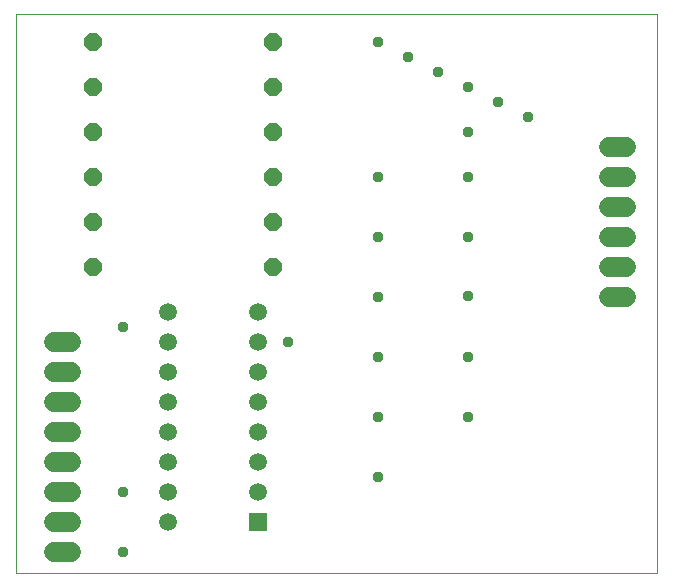
<source format=gbs>
G04 EAGLE Gerber X2 export*
%TF.Part,Single*%
%TF.FileFunction,Other,Solder Mask bottom*%
%TF.FilePolarity,Positive*%
%TF.GenerationSoftware,Autodesk,EAGLE,9.1.2*%
%TF.CreationDate,2019-02-28T11:01:59Z*%
G75*
%MOMM*%
%FSLAX34Y34*%
%LPD*%
%AMOC8*
5,1,8,0,0,1.08239X$1,22.5*%
G01*
%ADD10C,0.000000*%
%ADD11R,1.511200X1.511200*%
%ADD12C,1.511200*%
%ADD13C,1.711200*%
%ADD14P,1.649562X8X202.500000*%
%ADD15C,0.959600*%


D10*
X-13970Y312420D02*
X528830Y312420D01*
X528830Y786030D01*
X-13970Y786030D01*
X-13970Y312420D01*
D11*
X190500Y355600D03*
D12*
X190500Y381000D03*
X190500Y406400D03*
X190500Y431800D03*
X190500Y457200D03*
X190500Y482600D03*
X190500Y508000D03*
X190500Y533400D03*
X114300Y533400D03*
X114300Y508000D03*
X114300Y482600D03*
X114300Y457200D03*
X114300Y431800D03*
X114300Y406400D03*
X114300Y381000D03*
X114300Y355600D03*
D13*
X32940Y508000D02*
X17860Y508000D01*
X17860Y482600D02*
X32940Y482600D01*
X32940Y457200D02*
X17860Y457200D01*
X17860Y431800D02*
X32940Y431800D01*
X32940Y406400D02*
X17860Y406400D01*
X17860Y381000D02*
X32940Y381000D01*
X32940Y355600D02*
X17860Y355600D01*
X17860Y330200D02*
X32940Y330200D01*
X487760Y673100D02*
X502840Y673100D01*
X502840Y647700D02*
X487760Y647700D01*
X487760Y622300D02*
X502840Y622300D01*
X502840Y596900D02*
X487760Y596900D01*
X487760Y571500D02*
X502840Y571500D01*
X502840Y546100D02*
X487760Y546100D01*
D14*
X203200Y762000D03*
X50800Y762000D03*
X203200Y723900D03*
X50800Y723900D03*
X203200Y685800D03*
X50800Y685800D03*
X203200Y647700D03*
X50800Y647700D03*
X203200Y609600D03*
X50800Y609600D03*
X203200Y571500D03*
X50800Y571500D03*
D15*
X76200Y330200D03*
X215900Y508000D03*
X292100Y444500D03*
X292100Y495300D03*
X292100Y596900D03*
X292100Y647700D03*
X292100Y546100D03*
X292100Y393700D03*
X76200Y520700D03*
X76200Y381000D03*
X292100Y762000D03*
X368300Y685800D03*
X317500Y749300D03*
X368300Y647700D03*
X342900Y736600D03*
X368300Y596900D03*
X368300Y723900D03*
X368300Y547370D03*
X393700Y711200D03*
X368300Y495300D03*
X419100Y698500D03*
X368300Y444500D03*
M02*

</source>
